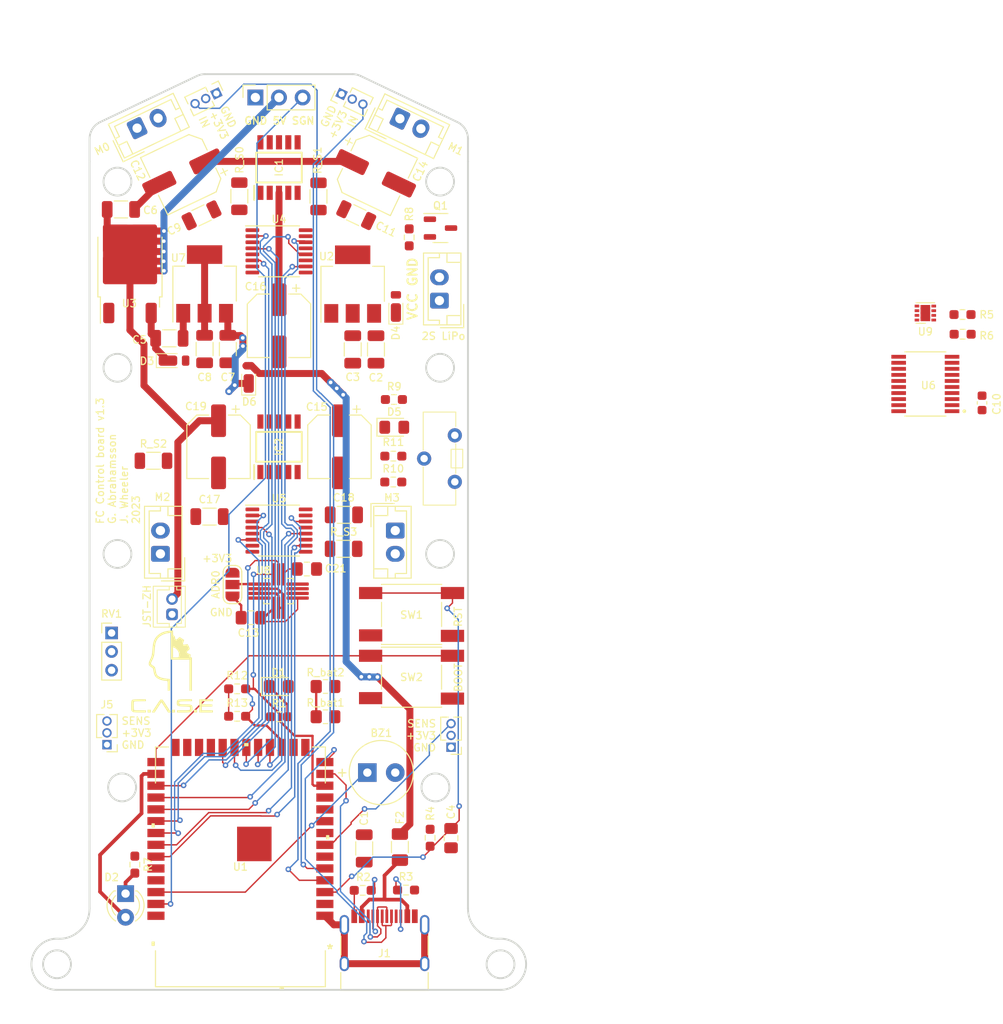
<source format=kicad_pcb>
(kicad_pcb (version 20221018) (generator pcbnew)
  (layers (0 "F.Cu" signal) (31 "B.Cu" signal) (34 "B.Paste" user) (35 "F.Paste" user) (36 "B.SilkS" user "B.Silkscreen") (37 "F.SilkS" user "F.Silkscreen") (38 "B.Mask" user) (39 "F.Mask" user) (44 "Edge.Cuts" user))
  (net 0 "")
  (net 1 "GNDREF")
  (net 2 "VCC")
  (net 3 "+3V3")
  (net 4 "Net-(BT1--)")
  (net 5 "+5V")
  (net 6 "/USB_D+")
  (net 7 "/USB_D-")
  (net 8 "Net-(D1-K)")
  (net 9 "Net-(J1-CC1)")
  (net 11 "Net-(J1-CC2)")
  (net 13 "/Hall_effect_0")
  (net 14 "Net-(U6-VS)")
  (net 17 "/bat_level")
  (net 18 "/in-1")
  (net 19 "/M1_sense")
  (net 20 "/M2_sense")
  (net 24 "Net-(D2-K)")
  (net 26 "/REV_1")
  (net 27 "/FWR_1")
  (net 28 "/Servo")
  (net 29 "/M3_sense")
  (net 30 "/EN")
  (net 31 "/M4_sense")
  (net 32 "Net-(U6-REF1)")
  (net 33 "/in+1")
  (net 34 "/IO0")
  (net 35 "Net-(U9A-+)")
  (net 37 "Net-(D4-K)")
  (net 38 "/in-2")
  (net 39 "Net-(D3-K)")
  (net 40 "/in-3")
  (net 41 "Net-(D6-K)")
  (net 42 "/in-4")
  (net 43 "/in+2")
  (net 44 "/in+3")
  (net 45 "/in+4")
  (net 46 "/REV_3")
  (net 47 "/FWR_3")
  (net 48 "/REV_2")
  (net 49 "/FWR_2")
  (net 50 "/BUZZER_PIN")
  (net 51 "/Hall_effect_1")
  (net 52 "/Hall_effect_2")
  (net 53 "/Hall_effect_3")
  (net 54 "/TAIL_LED")
  (net 55 "/in-0")
  (net 56 "/FWR_0")
  (net 57 "Net-(IC1-OUT1)")
  (net 58 "/M0_DIR")
  (net 59 "/REV_0")
  (net 60 "Net-(IC1-OUT3)")
  (net 61 "Net-(IC2-OUT1)")
  (net 62 "/M1_DIR")
  (net 63 "Net-(IC2-OUT3)")
  (net 64 "/M2_DIR")
  (net 65 "Net-(D5-K)")
  (net 66 "/M3_DIR")
  (net 67 "Net-(D5-A)")
  (net 68 "/USB_VBUS")
  (net 69 "/M0_A")
  (net 70 "/M0_B")
  (net 71 "/M1_A")
  (net 72 "/M1_B")
  (net 73 "/M2_A")
  (net 74 "/M2_B")
  (net 75 "/M3_A")
  (net 76 "/M3_B")
  (net 77 "/in+0")
  (net 78 "Net-(Q1-G)")
  (net 79 "Net-(SW4-B)")
  (net 84 "/SCL")
  (net 85 "/SDA")
  (net 86 "/M0_sense")
  (net 88 "Net-(F2-Pad1)")
  (net 89 "Net-(ADR0-C)")
  (footprint "Capacitor_SMD:C_1206_3216Metric" (layer "F.Cu") (at 201.14 129.21 90)
    (fp_text reference "C7")
    (fp_text value "10uF" hide)
  )
  (footprint "Capacitor_SMD:C_1206_3216Metric" (layer "F.Cu") (at 215.801782 182.855701 -90)
    (fp_text reference "C1")
    (fp_text value "C" hide)
  )
  (footprint "Capacitor_SMD:C_0805_2012Metric_Pad1.18x1.45mm_HandSolder" (layer "F.Cu") (at 225.14 181.7475 90)
    (fp_text reference "C4")
    (fp_text value "100n" hide)
  )
  (footprint "FC_footprint_library:CUHS20S30,H3F" (layer "F.Cu") (at 203.382414 131.902942 90)
    (fp_text reference "D6")
    (fp_text value "CUHS20S30,H3F" hide)
  )
  (footprint "Package_TO_SOT_SMD:SOT-223-3_TabPin2" (layer "F.Cu") (at 198.64 122.21 90)
    (fp_text reference "U7")
    (fp_text value "AZ1117IH-3.3TRG1 " hide)
  )
  (footprint "Resistor_SMD:R_1206_3216Metric" (layer "F.Cu") (at 213.5875 150.67)
    (fp_text reference "R_S3")
    (fp_text value "0.01" hide)
  )
  (footprint "Connector_PinHeader_1.27mm:PinHeader_1x03_P1.27mm_Vertical" (layer "F.Cu") (at 199.906071 101.751248 -64.5)
    (fp_text reference "J6" hide)
    (fp_text value "Hall-M0" hide)
  )
  (footprint "Package_TO_SOT_SMD:TO-252-2" (layer "F.Cu") (at 190.615 120.295 90)
    (fp_text reference "U3")
    (fp_text value "AZ1117D-5.0TRE1" hide)
  )
  (footprint "Connector_JST:JST_EH_B2B-EH-A_1x02_P2.50mm_Vertical" (layer "F.Cu") (at 219.64 104.46 -25.5)
    (fp_text reference "M1")
    (fp_text value "Motor_DC_ALT" hide)
  )
  (footprint "Capacitor_SMD:CP_Elec_6.3x5.4" (layer "F.Cu") (at 213.14 139.71 -90)
    (fp_text reference "C15")
    (fp_text value "47uF" hide)
  )
  (footprint "Resistor_SMD:R_0603_1608Metric_Pad0.98x0.95mm_HandSolder" (layer "F.Cu") (at 215.64 187.36 180)
    (fp_text reference "R2")
    (fp_text value "5.1K" hide)
  )
  (footprint "Resistor_SMD:R_0603_1608Metric_Pad0.98x0.95mm_HandSolder" (layer "F.Cu") (at 218.995353 134.629243 180)
    (fp_text reference "R9")
    (fp_text value "1K" hide)
  )
  (footprint "LED_SMD:LED_0805_2012Metric_Pad1.15x1.40mm_HandSolder" (layer "F.Cu") (at 206.615 165.46)
    (fp_text reference "D1")
    (fp_text value "PWR_LED" hide)
  )
  (footprint "Capacitor_SMD:C_1206_3216Metric" (layer "F.Cu") (at 198.64 129.21 90)
    (fp_text reference "C8")
    (fp_text value "10uF" hide)
  )
  (footprint "Capacitor_SMD:C_1206_3216Metric" (layer "F.Cu") (at 213.615 147.02)
    (fp_text reference "C18")
    (fp_text value "C_MAYBE" hide)
  )
  (footprint "Capacitor_SMD:C_1206_3216Metric" (layer "F.Cu") (at 194.849312 128.054254 180)
    (fp_text reference "C5")
    (fp_text value "10uF" hide)
  )
  (footprint "Package_DFN_QFN:DFN-8-1EP_2x2mm_P0.5mm_EP1.05x1.75mm" (layer "F.Cu") (at 276.14 125.34 180)
    (fp_text reference "U9")
    (fp_text value "LM358_DFN" hide)
  )
  (footprint "FC_footprint_library:CUHS20S30,H3F" (layer "F.Cu") (at 195.699692 130.452239)
    (fp_text reference "D3")
    (fp_text value "CUHS20S30,H3F" hide)
  )
  (footprint "Resistor_SMD:R_0603_1608Metric_Pad0.98x0.95mm_HandSolder" (layer "F.Cu") (at 191.14 184.594782 -90)
    (fp_text reference "R7")
    (fp_text value "1K" hide)
  )
  (footprint "Resistor_SMD:R_0603_1608Metric_Pad0.98x0.95mm_HandSolder" (layer "F.Cu") (at 220.299206 187.325321)
    (fp_text reference "R3")
    (fp_text value "5.1K" hide)
  )
  (footprint "Resistor_SMD:R_0603_1608Metric_Pad0.98x0.95mm_HandSolder" (layer "F.Cu") (at 202.14 165.71)
    (fp_text reference "R12")
    (fp_text value "10K" hide)
  )
  (footprint "Resistor_SMD:R_1206_3216Metric" (layer "F.Cu") (at 202.376045 112.789731 90)
    (fp_text reference "R_S0")
    (fp_text value "0.01" hide)
  )
  (footprint "Connector_PinHeader_2.00mm:PinHeader_1x03_P2.00mm_Vertical" (layer "F.Cu") (at 188.64 159.71)
    (fp_text reference "RV1")
    (fp_text value "R_Potentiometer_Small" hide)
  )
  (footprint "Capacitor_SMD:C_1206_3216Metric" (layer "F.Cu") (at 214.945765 114.818839 -25.5)
    (fp_text reference "C11")
    (fp_text value "C_MAYBE" hide)
  )
  (footprint "FC_footprint_library:SOP65P640X120-20N" (layer "F.Cu") (at 276.14 132.96 180)
    (fp_text reference "U6")
    (fp_text value "INA4181A3IPWR" hide)
  )
  (footprint "FC_footprint_library:JST-ZH-2_PIN" (layer "F.Cu") (at 194.84 156.885 90)
    (fp_text reference "J2" hide)
    (fp_text value "CAM" hide)
  )
  (footprint "Capacitor_SMD:CP_Elec_6.3x5.4" (layer "F.Cu") (at 217.003986 110.328645 -25.5)
    (fp_text reference "C14")
    (fp_text value "47uF" hide)
  )
  (footprint "Resistor_SMD:R_0603_1608Metric_Pad0.98x0.95mm_HandSolder" (layer "F.Cu") (at 218.928233 143.49305)
    (fp_text reference "R10")
    (fp_text value "2K" hide)
  )
  (footprint "Capacitor_SMD:C_0805_2012Metric_Pad1.18x1.45mm_HandSolder" (layer "F.Cu") (at 209.64 152.84 180)
    (fp_text reference "C21")
    (fp_text value "100n" hide)
  )
  (footprint "FC_footprint_library:CUHS20S30,H3F" (layer "F.Cu") (at 219.208421 124.285124 90)
    (fp_text reference "D4")
    (fp_text value "CUHS20S30,H3F" hide)
  )
  (footprint "Capacitor_SMD:C_0805_2012Metric_Pad1.18x1.45mm_HandSolder" (layer "F.Cu") (at 203.61 158.07)
    (fp_text reference "C13")
    (fp_text value "100n" hide)
  )
  (footprint "Resistor_SMD:R_0603_1608Metric_Pad0.98x0.95mm_HandSolder" (layer "F.Cu") (at 222.89 181.71 90)
    (fp_text reference "R4")
    (fp_text value "10K" hide)
  )
  (footprint "Connector_JST:JST_EH_B2B-EH-A_1x02_P2.50mm_Vertical" (layer "F.Cu") (at 219.14 148.71 -90)
    (fp_text reference "M3")
    (fp_text value "Motor_DC_ALT" hide)
  )
  (footprint "Resistor_SMD:R_0603_1608Metric_Pad0.98x0.95mm_HandSolder" (layer "F.Cu") (at 206.64 168.71)
    (fp_text reference "R1")
    (fp_text value "R_LED" hide)
  )
  (footprint "FC_footprint_library:SOP100P600X175-10N" (layer "F.Cu") (at 206.64 139.71 90)
    (fp_text reference "IC2")
    (fp_text value "A3909GLNTR-T" hide)
  )
  (footprint "FC_footprint_library:SW_Push_6x6mm_H9.5mm" (layer "F.Cu") (at 220.89 164.46 180)
    (fp_text reference "SW2")
    (fp_text value "BOOT" hide)
  )
  (footprint "Connector_PinHeader_1.27mm:PinHeader_1x03_P1.27mm_Vertical" (layer "F.Cu") (at 225.14 171.985 180)
    (fp_text reference "J7" hide)
    (fp_text value "Hall-M3" hide)
  )
  (footprint "Resistor_SMD:R_0603_1608Metric_Pad0.98x0.95mm_HandSolder" (layer "F.Cu") (at 220.64 117.21 -90)
    (fp_text reference "R8")
    (fp_text value "100K" hide)
  )
  (footprint "LOGO" (layer "F.Cu") (at 195.065453 163.426747)
    (fp_text reference "G***" hide)
    (fp_text value "LOGO" hide)
  )
  (footprint "Buzzer_Beeper:MagneticBuzzer_Kobitone_254-EMB73-RO" (layer "F.Cu") (at 216.14 174.71)
    (fp_text reference "BZ1")
    (fp_text value "AC-703R-P4" hide)
  )
  (footprint "Package_TO_SOT_SMD:SOT-23-3" (layer "F.Cu") (at 224.0025 116.21)
    (fp_text reference "Q1")
    (fp_text value "SQ2348ES-T1_BE3" hide)
  )
  (footprint "Capacitor_SMD:CP_Elec_6.3x5.4" (layer "F.Cu") (at 196.295288 110.254191 -154.5)
    (fp_text reference "C12")
    (fp_text value "47uF" hide)
  )
  (footprint "FC_footprint_library:SOP100P600X175-10N" (layer "F.Cu") (at 206.64 109.71 90)
    (fp_text reference "IC1")
    (fp_text value "A3909GLNTR-T" hide)
  )
  (footprint "Resistor_SMD:R_0805_2012Metric_Pad1.20x1.40mm_HandSolder" (layer "F.Cu") (at 211.64 168.71 180)
    (fp_text reference "R_bat1")
    (fp_text value "90k" hide)
  )
  (footprint "FC_footprint_library:ESP32-S3-WROOM-1-N8" (layer "F.Cu") (at 202.49 184.836 180)
    (fp_text reference "U1")
    (fp_text value "ESP32-S3-WROOM-1-N8" hide)
  )
  (footprint "Resistor_SMD:R_0603_1608Metric_Pad0.98x0.95mm_HandSolder" (layer "F.Cu") (at 218.934848 140.71 180)
    (fp_text reference "R11")
    (fp_text value "10K" hide)
  )
  (footprint "Capacitor_SMD:CP_Elec_6.3x5.4" (layer "F.Cu") (at 200.14 139.71 -90)
    (fp_text reference "C19")
    (fp_text value "47uF" hide)
  )
  (footprint "Package_TO_SOT_SMD:SOT-223-3_TabPin2" (layer "F.Cu") (at 214.561665 122.229226 90)
    (fp_text reference "U2")
    (fp_text value "AZ1117IH-3.3TRG1 " hide)
  )
  (footprint "FC_footprint_library:LSM6DSM" (layer "F.Cu") (at 206.59 155.21)
    (fp_text reference "U8")
    (fp_text value "LSM6DSM (LSM6DSMTR)" hide)
  )
  (footprint "FC_footprint_library:XS3A2467PWJ _TSSOP-16_4.4x5mm_P0.65mm" (layer "F.Cu") (at 206.64 118.71)
    (fp_text reference "U4")
    (fp_text value "~" hide)
  )
  (footprint "Connector_USB:USB_C_Receptacle_HRO_TYPE-C-31-M-12" (layer "F.Cu") (at 217.984292 194.190937)
    (fp_text reference "J1")
    (fp_text value "USB_C_Receptacle_USB2.0" hide)
  )
  (footprint "Capacitor_SMD:C_1206_3216Metric" (layer "F.Cu") (at 214.567338 129.24781 90)
    (fp_text reference "C3")
    (fp_text value "10uF" hide)
  )
  (footprint "Resistor_SMD:R_0603_1608Metric_Pad0.98x0.95mm_HandSolder" (layer "F.Cu") (at 280.1475 127.614 180)
    (fp_text reference "R6")
    (fp_text value "10K" hide)
  )
  (footprint "Capacitor_SMD:C_1206_3216Metric" (layer "F.Cu") (at 198.308687 114.845004 -154.5)
    (fp_text reference "C9")
    (fp_text value "C_MAYBE" hide)
  )
  (footprint "Fuse:Fuse_1206_3216Metric" (layer "F.Cu") (at 219.64 182.71 90)
    (fp_text reference "F2")
    (fp_text value "PPTC 500mA" hide)
  )
  (footprint "Resistor_SMD:R_1206_3216Metric" (layer "F.Cu") (at 193.14 141.21)
    (fp_text reference "R_S2")
    (fp_text value "0.01" hide)
  )
  (footprint "Capacitor_SMD:C_0603_1608Metric" (layer "F.Cu") (at 282.236 134.992 90)
    (fp_text reference "C10")
    (fp_text value "C_Small" hide)
  )
  (footprint "FC_footprint_library:LSS12-P-V-B" (layer "F.Cu") (at 223.895381 140.975624 90)
    (fp_text reference "SW4" hide)
    (fp_text value "~" hide)
  )
  (footprint "Connector_JST:JST_EH_B2B-EH-A_1x02_P2.50mm_Vertical" (layer "F.Cu") (at 191.382615 105.477363 25.5)
    (fp_text reference "M0")
    (fp_text value "Motor_DC_ALT" hide)
  )
  (footprint "Jumper:SolderJumper-3_P1.3mm_Open_RoundedPad1.0x1.5mm_NumberLabels" (layer "F.Cu") (at 201.64 154.51 90)
    (fp_text reference "ADR0")
    (fp_text value "ADR_BIT" hide)
  )
  (footprint "Resistor_SMD:R_0603_1608Metric_Pad0.98x0.95mm_HandSolder" (layer "F.Cu") (at 280.134299 125.502025 180)
    (fp_text reference "R5")
    (fp_text value "10K" hide)
  )
  (footprint "Resistor_SMD:R_1206_3216Metric" (layer "F.Cu") (at 210.884566 112.81242 -90)
    (fp_text reference "R_S1")
    (fp_text value "0.01" hide)
  )
  (footprint "LED_SMD:LED_0805_2012Metric_Pad1.15x1.40mm_HandSolder" (layer "F.Cu") (at 219.034115 137.609116)
    (fp_text reference "D5")
    (fp_text value "BAT_LED" hide)
  )
  (footprint "FC_footprint_library:SW_Push_6x6mm_H9.5mm" (layer "F.Cu") (at 220.893348 157.719173 180)
    (fp_text reference "SW1")
    (fp_text value "RST" hide)
  )
  (footprint "Resistor_SMD:R_0603_1608Metric_Pad0.98x0.95mm_HandSolder" (layer "F.Cu") (at 202.14 168.66)
    (fp_text reference "R13")
    (fp_text value "10K" hide)
  )
  (footprint "Connector_JST:JST_EH_B2B-EH-A_1x02_P2.50mm_Vertical" (layer "F.Cu") (at 193.89 151.21 90)
    (fp_text reference "M2")
    (fp_text value "Motor_DC_ALT" hide)
  )
  (footprint "Capacitor_SMD:C_1206_3216Metric" (layer "F.Cu") (at 199.165 147.21)
    (fp_text reference "C17")
    (fp_text value "C_MAYBE" hide)
  )
  (footprint "FC_footprint_library:XS3A2467PWJ _TSSOP-16_4.4x5mm_P0.65mm" (layer "F.Cu") (at 206.64 148.71)
    (fp_text reference "U5")
    (fp_text value "~" hide)
  )
  (footprint "Connector_JST:JST_EH_B2B-EH-A_1x02_P2.50mm_Vertical" (layer "F.Cu") (at 223.89 124.004 90)
    (fp_text reference "BT1" hide)
    (fp_text value "Battery" hide)
  )
  (footprint "Connector_PinHeader_1.27mm:PinHeader_1x03_P1.27mm_Vertical" (layer "F.Cu") (at 188.14 171.71 180)
    (fp_text reference "J5")
    (fp_text value "Hall-M2" hide)
  )
  (footprint "Capacitor_SMD:C_1206_3216Metric" (layer "F.Cu") (at 189.64 114.21 180)
    (fp_text reference "C6")
    (fp_text value "10uF" hide)
  )
  (footprint "Connector_PinSocket_2.54mm:PinSocket_1x03_P2.54mm_Vertical" (layer "F.Cu") (at 204.1 102.185 90)
    (fp_text reference "J3" hide)
    (fp_text value "Servo" hide)
  )
  (footprint "LED_THT:LED_D3.0mm" (layer "F.Cu") (at 190.14 187.71 -90)
    (fp_text reference "D2")
    (fp_text value "RED" hide)
  )
  (footprint "Connector_PinHeader_1.27mm:PinHeader_1x03_P1.27mm_Vertical" (layer "F.Cu") (at 213.368382 101.808125 64.5)
    (fp_text reference "J4" hide)
    (fp_text value "Hall-M1" hide)
  )
  (footprint "Capacitor_SMD:CP_Elec_6.3x5.4" (layer "F.Cu") (at 206.64 126.71 -90)
    (fp_text reference "C16")
    (fp_text value "47uF" hide)
  )
  (footprint "Resistor_SMD:R_0805_2012Metric_Pad1.20x1.40mm_HandSolder" (layer "F.Cu") (at 211.64 165.46)
    (fp_text reference "R_bat2")
    (fp_text value "50k" hide)
  )
  (footprint "Capacitor_SMD:C_1206_3216Metric" (layer "F.Cu") (at 217.066973 129.249886 90)
    (fp_text reference "C2")
    (fp_text value "10uF" hide)
  )
  (gr_line locked (start 184.920435 191.922927) (end 184.824248 191.992261) (stroke (width 0.2)) (layer "Edge.Cuts"))
  (gr_arc locked (start 197.818249 99.871209) (mid 198.237224 99.726198) (end 198.677853 99.677056) (stroke (width 0.2)) (layer "Edge.Cuts"))
  (gr_arc locked (start 230.316522 192.554527) (mid 233.208793 195.219012) (end 230.480029 198.050709) (stroke (width 0.2)) (layer "Edge.Cuts"))
  (gr_circle locked (center 189.270008 111.220299) (end 190.770008 111.220299) (stroke (width 0.2)) (fill none) (layer "Edge.Cuts"))
  (gr_curve locked (pts (xy 226.96 189.286475) (xy 226.96 189.724879) (xy 227.033374 190.154338) (xy 227.201007 190.559104)) (stroke (width 0.2)) (layer "Edge.Cuts"))
  (gr_curve locked (pts (xy 186.155663 190.186029) (xy 186.2347 189.892441) (xy 186.270008 189.590595) (xy 186.270008 189.286475)) (stroke (width 0.2)) (layer "Edge.Cuts"))
  (gr_arc locked (start 182.749979 198.050709) (mid 180.021224 195.219008) (end 182.913486 192.554527) (stroke (width 0.2)) (layer "Edge.Cuts"))
  (gr_circle locked (center 182.770008 195.300782) (end 184.270008 195.300782) (stroke (width 0.2)) (fill none) (layer "Edge.Cuts"))
  (gr_arc locked (start 214.552155 99.677056) (mid 214.992787 99.726187) (end 215.411759 99.871209) (stroke (width 0.2)) (layer "Edge.Cuts"))
  (gr_circle locked (center 230.46 195.300782) (end 231.96 195.300782) (stroke (width 0.2)) (fill none) (layer "Edge.Cuts"))
  (gr_arc locked (start 230.316522 192.554527) (mid 229.313117 192.436596) (end 228.40576 191.992261) (stroke (width 0.2)) (layer "Edge.Cuts"))
  (gr_line locked (start 228.40576 191.992261) (end 228.309573 191.922927) (stroke (width 0.2)) (layer "Edge.Cuts"))
  (gr_line locked (start 197.818249 99.871209) (end 187.410404 104.825465) (stroke (width 0.2)) (layer "Edge.Cuts"))
  (gr_curve locked (pts (xy 227.646704 191.304157) (xy 227.838651 191.539948) (xy 228.062867 191.745095) (xy 228.309573 191.922927)) (stroke (width 0.2)) (layer "Edge.Cuts"))
  (gr_circle locked (center 223.96 111.220299) (end 225.46 111.220299) (stroke (width 0.2)) (fill none) (layer "Edge.Cuts"))
  (gr_line locked (start 214.552155 99.677056) (end 198.677853 99.677056) (stroke (width 0.2)) (layer "Edge.Cuts"))
  (gr_curve locked (pts (xy 185.811884 190.983253) (xy 185.965498 190.734707) (xy 186.079703 190.468188) (xy 186.155663 190.186029)) (stroke (width 0.2)) (layer "Edge.Cuts"))
  (gr_line locked (start 182.749979 198.050709) (end 230.480029 198.050709) (stroke (width 0.2)) (layer "Edge.Cuts"))
  (gr_arc locked (start 186.270008 106.631311) (mid 186.578972 105.563418) (end 187.410404 104.825465) (stroke (width 0.2)) (layer "Edge.Cuts"))
  (gr_curve locked (pts (xy 184.920435 191.922927) (xy 185.276075 191.666572) (xy 185.581553 191.355926) (xy 185.811884 190.983253)) (stroke (width 0.2)) (layer "Edge.Cuts"))
  (gr_circle locked (center 189.270008 131.220299) (end 190.770008 131.220299) (stroke (width 0.2)) (fill none) (layer "Edge.Cuts"))
  (gr_circle locked (center 223.96 151.220299) (end 225.46 151.220299) (stroke (width 0.2)) (fill none) (layer "Edge.Cuts"))
  (gr_line locked (start 226.96 109.053524) (end 226.96 106.631311) (stroke (width 0.2)) (layer "Edge.Cuts"))
  (gr_line locked (start 186.270008 106.631311) (end 186.270008 109.053524) (stroke (width 0.2)) (layer "Edge.Cuts"))
  (gr_line locked (start 186.270008 109.053524) (end 186.270008 189.286475) (stroke (width 0.2)) (layer "Edge.Cuts"))
  (gr_arc locked (start 184.824248 191.992261) (mid 183.916892 192.436597) (end 182.913486 192.554527) (stroke (width 0.2)) (layer "Edge.Cuts"))
  (gr_circle locked (center 223.96 131.220299) (end 225.46 131.220299) (stroke (width 0.2)) (fill none) (layer "Edge.Cuts"))
  (gr_line locked (start 225.819604 104.825465) (end 215.411759 99.871209) (stroke (width 0.2)) (layer "Edge.Cuts"))
  (gr_line locked (start 226.96 189.286475) (end 226.96 109.053524) (stroke (width 0.2)) (layer "Edge.Cuts"))
  (gr_circle locked (center 189.770008 176.300782) (end 191.270008 176.300782) (stroke (width 0.2)) (fill none) (layer "Edge.Cuts"))
  (gr_curve locked (pts (xy 227.201007 190.559104) (xy 227.312806 190.829055) (xy 227.462229 191.077547) (xy 227.646704 191.304157)) (stroke (width 0.2)) (layer "Edge.Cuts"))
  (gr_circle locked (center 189.270008 151.220299) (end 190.770008 151.220299) (stroke (width 0.2)) (fill none) (layer "Edge.Cuts"))
  (gr_arc locked (start 225.819604 104.825465) (mid 226.651036 105.563418) (end 226.96 106.631311) (stroke (width 0.2)) (layer "Edge.Cuts"))
  (gr_circle locked (center 223.46 176.300782) (end 224.96 176.300782) (stroke (width 0.2)) (fill none) (layer "Edge.Cuts"))
  (gr_text "GND\n+3V3\nIN" (at 215.273023 104.345562 64.5) (layer "F.SilkS") (effects (font (size 0.8 0.8) (thickness 0.125)) (justify right bottom)))
  (gr_text "2S LiPo" (at 221.900068 128.284243) (layer "F.SilkS") (effects (font (size 0.8 0.8) (thickness 0.125)) (justify left bottom)))
  (gr_text "GND 5V SGN" (at 202.828667 105.152796) (layer "F.SilkS") (effects (font (size 0.8 0.8) (thickness 0.15) bold) (justify left bottom)))
  (gr_text "RST" (at 226.370734 156.80485 90) (layer "F.SilkS") (effects (font (size 0.8 0.8) (thickness 0.125)) (justify right bottom)))
  (gr_text "SENS\n+3V3\nGND" (at 223.598722 172.492316) (layer "F.SilkS") (effects (font (size 0.8 0.8) (thickness 0.125)) (justify right bottom)))
  (gr_text "BOOT" (at 226.39 162.874088 90) (layer "F.SilkS") (effects (font (size 0.8 0.8) (thickness 0.125)) (justify right bottom)))
  (gr_text "VCC GND" (at 221.578201 126.203651 90) (layer "F.SilkS") (effects (font (size 1 1) (thickness 0.2) bold) (justify left bottom)))
  (gr_text "SENS\n+3V3\nGND" (at 189.64 172.21) (layer "F.SilkS") (effects (font (size 0.8 0.8) (thickness 0.125)) (justify left bottom)))
  (gr_text "GND\n+3V3\nIN" (at 197.868718 104.402439 295.5) (layer "F.SilkS") (effects (font (size 0.8 0.8) (thickness 0.125)) (justify left bottom)))
  (gr_text "FC Control board v1.3\nG. Abrahamsson\nJ. Wheeler\n2023" (at 189.343649 148.074361 90) (layer "F.SilkS") (effects (font (size 0.8 0.8) (thickness 0.125)) (justify left)))
  (gr_text "JST-ZH\n" (at 192.446423 156.849483 90) (layer "F.SilkS") (effects (font (size 0.8 0.8) (thickness 0.125))))
  (segment (start 207.09 157.01) (end 206.59 157.01) (width 0.25) (layer "F.Cu") (net 1))
  (segment (start 212.542137 191.060937) (end 211.5709 190.0897) (width 0.75) (layer "F.Cu") (net 1))
  (segment (start 222.304292 195.240937) (end 222.304292 191.060937) (width 0.75) (layer "F.Cu") (net 1))
  (segment (start 202.5725 156.7425) (end 201.64 155.81) (width 0.25) (layer "F.Cu") (net 1))
  (segment (start 202.5725 158.07) (end 202.5725 156.7425) (width 0.25) (layer "F.Cu") (net 1))
  (segment (start 213.664292 195.240937) (end 222.304292 195.240937) (width 0.75) (layer "F.Cu") (net 1))
  (segment (start 206.59 155.726637) (end 206.59 157.01) (width 0.25) (layer "F.Cu") (net 1))
  (segment (start 204.54 154.96) (end 206.49 154.96) (width 0.25) (layer "F.Cu") (net 1))
  (segment (start 191.115 114.112671) (end 193.768049 111.459622) (width 0.75) (layer "F.Cu") (net 1))
  (segment (start 214.734292 187.366792) (end 214.734292 190.145937) (width 0.15) (layer "F.Cu") (net 1))
  (segment (start 204.54 155.46) (end 204.54 154.96) (width 0.25) (layer "F.Cu") (net 1))
  (segment (start 206.323363 155.46) (end 206.441682 155.578318) (width 0.25) (layer "F.Cu") (net 1))
  (segment (start 196.34 125.36) (end 196.34 128.038566) (width 0.75) (layer "F.Cu") (net 1))
  (segment (start 206.441682 155.578318) (end 206.775 155.245) (width 0.25) (layer "F.Cu") (net 1))
  (segment (start 206.441682 155.578318) (end 206.59 155.726637) (width 0.25) (layer "F.Cu") (net 1))
  (segment (start 206.775 155.245) (end 207.09 155.56) (width 0.25) (layer "F.Cu") (net 1))
  (segment (start 213.664292 191.060937) (end 212.542137 191.060937) (width 0.75) (layer "F.Cu") (net 1))
  (segment (start 196.34 128.038566) (end 196.324312 128.054254) (width 0.75) (layer "F.Cu") (net 1))
  (segment (start 207.09 155.56) (end 207.09 157.01) (width 0.25) (layer "F.Cu") (net 1))
  (segment (start 206.49 154.96) (end 206.775 155.245) (width 0.25) (layer "F.Cu") (net 1))
  (segment (start 214.7275 187.36) (end 214.734292 187.366792) (width 0.15) (layer "F.Cu") (net 1))
  (segment (start 191.115 114.21) (end 191.115 114.112671) (width 0.75) (layer "F.Cu") (net 1))
  (segment (start 204.54 155.46) (end 206.323363 155.46) (width 0.25) (layer "F.Cu") (net 1))
  (segment (start 213.664292 195.240937) (end 213.664292 191.060937) (width 0.75) (layer "F.Cu") (net 1))
  (segment (start 214.402293 109.04876) (end 214.476747 109.123214) (width 0.75) (layer "F.Cu") (net 2))
  (segment (start 198.822527 109.04876) (end 214.402293 109.04876) (width 0.75) (layer "F.Cu") (net 2))
  (segment (start 206.64 123.91) (end 206.64 112.422) (width 0.75) (layer "F.Cu") (net 2))
  (segment (start 198.64 127.735) (end 198.64 125.36) (width 0.75) (layer "F.Cu") (net 3))
  (segment (start 205.0625 158.485) (end 204.6475 158.07) (width 0.15) (layer "F.Cu") (net 3))
  (segment (start 205.03 158.07) (end 206.09 157.01) (width 0.25) (layer "F.Cu") (net 3))
  (segment (start 207.327652 158.485) (end 205.0625 158.485) (width 0.15) (layer "F.Cu") (net 3))
  (segment (start 204.6475 158.07) (end 205.03 158.07) (width 0.25) (layer "F.Cu") (net 3))
  (segment (start 208.64 157.172652) (end 207.327652 158.485) (width 0.15) (layer "F.Cu") (net 3))
  (segment (start 198.64 125.36) (end 198.64 119.06) (width 0.75) (layer "F.Cu") (net 3))
  (segment (start 208.6025 152.84) (end 207.66 152.84) (width 0.15) (layer "F.Cu") (net 3))
  (segment (start 207.66 152.84) (end 207.09 153.41) (width 0.15) (layer "F.Cu") (net 3))
  (segment (start 208.64 155.96) (end 208.64 157.172652) (width 0.15) (layer "F.Cu") (net 3))
  (segment (start 201.2275 168.66) (end 201.2275 165.71) (width 0.15) (layer "F.Cu") (net 3))
  (segment (start 195.765 139.225) (end 195.765 155.435) (width 0.75) (layer "F.Cu") (net 5))
  (segment (start 194.27 116.53) (end 194.27 120.8) (width 0.75) (layer "F.Cu") (net 5))
  (segment (start 192.12 128.68) (end 190.615 127.175) (width 0.75) (layer "F.Cu") (net 5))
  (segment (start 194.27 120.8) (end 192.23 120.8) (width 0.75) (layer "F.Cu") (net 5))
  (segment (start 192.23 120.8) (end 192.14 120.71) (width 0.75) (layer "F.Cu") (net 5))
  (segment (start 192.12 133.12) (end 192.12 128.68) (width 0.75) (layer "F.Cu") (net 5))
  (segment (start 196.995 137.995) (end 192.12 133.12) (width 0.75) (layer "F.Cu") (net 5))
  (segment (start 194.24 119.78) (end 193.07 119.78) (width 0.75) (layer "F.Cu") (net 5))
  (segment (start 200.14 136.91) (end 198.08 136.91) (width 0.75) (layer "F.Cu") (net 5))
  (segment (start 188.165 116.435) (end 189.09 117.36) (width 0.75) (layer "F.Cu") (net 5))
  (segment (start 192.4 117.62) (end 192.14 117.36) (width 0.75) (layer "F.Cu") (net 5))
  (segment (start 194.27 116.53) (end 192.97 116.53) (width 0.75) (layer "F.Cu") (net 5))
  (segment (start 194.25 118.73) (end 190.92 118.73) (width 0.75) (layer "F.Cu") (net 5))
  (segment (start 193.07 119.78) (end 192.14 120.71) (width 0.75) (layer "F.Cu") (net 5))
  (segment (start 190.92 118.73) (end 190.615 119.035) (width 0.75) (layer "F.Cu") (net 5))
  (segment (start 196.995 137.995) (end 195.765 139.225) (width 0.75) (layer "F.Cu") (net 5))
  (segment (start 198.08 136.91) (end 196.995 137.995) (width 0.75) (layer "F.Cu") (net 5))
  (segment (start 188.165 114.21) (end 188.165 116.435) (width 0.75) (layer "F.Cu") (net 5))
  (segment (start 195.765 155.435) (end 195.14 156.06) (width 0.75) (layer "F.Cu") (net 5))
  (segment (start 192.97 116.53) (end 192.14 117.36) (width 0.75) (layer "F.Cu") (net 5))
  (segment (start 194.25 117.62) (end 192.4 117.62) (width 0.75) (layer "F.Cu") (net 5))
  (segment (start 190.615 127.175) (end 190.615 119.035) (width 0.75) (layer "F.Cu") (net 5))
  (via (at 194.25 117.62) (size 0.8) (drill 0.4) (layers "F.Cu" "B.Cu") (net 5))
  (via (at 194.24 119.78) (size 0.8) (drill 0.4) (layers "F.Cu" "B.Cu") (net 5))
  (via (at 194.27 116.53) (size 0.8) (drill 0.4) (layers "F.Cu" "B.Cu") (net 5))
  (via (at 194.27 120.8) (size 0.8) (drill 0.4) (layers "F.Cu" "B.Cu") (net 5))
  (via (at 194.25 118.73) (size 0.8) (drill 0.4) (layers "F.Cu" "B.Cu") (net 5))
  (segment (start 194.27 119.75) (end 194.24 119.78) (width 0.75) (layer "B.Cu") (net 5))
  (segment (start 194.25 118.73) (end 194.27 118.75) (width 0.75) (layer "B.Cu") (net 5))
  (segment (start 194.27 117.64) (end 194.27 118.71) (width 0.75) (layer "B.Cu") (net 5))
  (segment (start 194.27 119.81) (end 194.27 120.8) (width 0.75) (layer "B.Cu") (net 5))
  (segment (start 206.64 102.185) (end 194.27 114.555) (width 0.75) (layer "B.Cu") (net 5))
  (segment (start 194.27 118.75) (end 194.27 119.75) (width 0.75) (layer "B.Cu") (net 5))
  (segment (start 194.27 118.71) (end 194.25 118.73) (width 0.75) (layer "B.Cu") (net 5))
  (segment (start 194.27 114.555) (end 194.27 116.53) (width 0.75) (layer "B.Cu") (net 5))
  (segment (start 194.27 116.53) (end 194.27 117.6) (width 0.75) (layer "B.Cu") (net 5))
  (segment (start 194.24 119.78) (end 194.27 119.81) (width 0.75) (layer "B.Cu") (net 5))
  (segment (start 194.25 117.62) (end 194.27 117.64) (width 0.75) (layer "B.Cu") (net 5))
  (segment (start 194.27 117.6) (end 194.25 117.62) (width 0.75) (layer "B.Cu") (net 5))
  (segment (start 218.13 192.46) (end 217.655 192.935) (width 0.15) (layer "F.Cu") (net 6))
  (segment (start 217.809292 191.145937) (end 217.734292 191.070937) (width 0.15) (layer "F.Cu") (net 6))
  (segment (start 218.734292 191.070937) (end 218.659292 191.145937) (width 0.15) (layer "F.Cu") (net 6))
  (segment (start 217.655 192.935) (end 215.85098 192.935) (width 0.15) (layer "F.Cu") (net 6))
  (segment (start 217.734292 191.070937) (end 217.734292 190.145937) (width 0.15) (layer "F.Cu") (net 6))
  (segment (start 215.85098 192.935) (end 215.776781 192.860801) (width 0.15) (layer "F.Cu") (net 6))
  (segment (start 212.56 172.26) (end 212.56 172.5906) (width 0.15) (layer "F.Cu") (net 6))
  (segment (start 218.659292 191.145937) (end 218.13 191.145937) (width 0.15) (layer "F.Cu") (net 6))
  (segment (start 212.56 172.5906) (end 211.5709 173.5797) (width 0.15) (layer "F.Cu") (net 6))
  (segment (start 218.734292 190.145937) (end 218.734292 191.070937) (width 0.15) (layer "F.Cu") (net 6))
  (segment (start 218.13 191.145937) (end 217.809292 191.145937) (width 0.15) (layer "F.Cu") (net 6))
  (segment (start 218.13 191.145937) (end 218.13 192.46) (width 0.15) (layer "F.Cu") (net 6))
  (via (at 215.776781 192.860801) (size 0.6) (drill 0.3) (layers "F.Cu" "B.Cu") (net 6))
  (via (at 212.56 172.26) (size 0.6) (drill 0.3) (layers "F.Cu" "B.Cu") (net 6))
  (segment (start 216.073767 191.935334) (end 216.073767 190.798741) (width 0.15) (layer "B.Cu") (net 6))
  (segment (start 216.073767 190.798741) (end 212.9 187.624974) (width 0.15) (layer "B.Cu") (net 6))
  (segment (start 212.9 187.624974) (end 212.9 187.422327) (width 0.15) (layer "B.Cu") (net 6))
  (segment (start 215.776781 192.23232) (end 216.073767 191.935334) (width 0.15) (layer "B.Cu") (net 6))
  (segment (start 215.776781 192.860801) (end 215.776781 192.23232) (width 0.15) (layer "B.Cu") (net 6))
  (segment (start 209.47 175.35) (end 212.56 172.26) (width 0.15) (layer "B.Cu") (net 6))
  (segment (start 209.47 183.992327) (end 209.47 175.35) (width 0.15) (layer "B.Cu") (net 6))
  (segment (start 212.9 187.422327) (end 209.47 183.992327) (width 0.15) (layer "B.Cu") (net 6))
  (segment (start 217.234292 189.220937) (end 217.309292 189.145937) (width 0.15) (layer "F.Cu") (net 7))
  (segment (start 217.2195 192.3605) (end 217.59 191.99) (width 0.15) (layer "F.Cu") (net 7))
  (segment (start 216.461774 192.3605) (end 217.2195 192.3605) (width 0.15) (layer "F.Cu") (net 7))
  (segment (start 217.309292 189.145937) (end 218.159292 189.145937) (width 0.15) (layer "F.Cu") (net 7))
  (segment (start 217.234292 190.145937) (end 217.234292 189.220937) (width 0.15) (layer "F.Cu") (net 7))
  (segment (start 213.85 177.73) (end 213.85 176.0597) (width 0.15) (layer "F.Cu") (net 7))
  (segment (start 217.59 191.99) (end 217.59 191.526827) (width 0.15) (layer "F.Cu") (net 7))
  (segment (start 217.234292 191.171119) (end 217.234292 190.145937) (width 0.15) (layer "F.Cu") (net 7))
  (segment (start 213.85 176.0597) (end 212.64 174.8497) (width 0.15) (layer "F.Cu") (net 7))
  (segment (start 217.59 191.526827) (end 217.234292 191.171119) (width 0.15) (layer "F.Cu") (net 7))
  (segment (start 218.234292 189.220937) (end 218.234292 190.145937) (width 0.15) (layer "F.Cu") (net 7))
  (segment (start 212.64 174.8497) (end 211.5709 174.8497) (width 0.15) (layer "F.Cu") (net 7))
  (segment (start 218.159292 189.145937) (end 218.234292 189.220937) (width 0.15) (layer "F.Cu") (net 7))
  (via (at 213.85 177.73) (size 0.6) (drill 0.3) (layers "F.Cu" "B.Cu") (net 7))
  (via (at 216.461774 192.3605) (size 0.6) (drill 0.3) (layers "F.Cu" "B.Cu") (net 7))
  (segment (start 216.461774 192.3605) (end 216.423767 192.322493) (width 0.15) (layer "B.Cu") (net 7))
  (segment (start 216.423767 192.322493) (end 216.423767 190.653767) (width 0.15) (layer "B.Cu") (net 7))
  (segment (start 213.25 187.48) (end 213.25 178.33) (width 0.15) (layer "B.Cu") (net 7))
  (segment (start 213.25 178.33) (end 213.85 177.73) (width 0.15) (layer "B.Cu") (net 7))
  (segment (start 216.423767 190.653767) (end 213.25 187.48) (width 0.15) (layer "B.Cu") (net 7))
  (segment (start 207.5525 167.4225) (end 207.5525 168.71) (width 0.25) (layer "F.Cu") (net 8))
  (segment (start 205.59 165.46) (end 207.5525 167.4225) (width 0.25) (layer "F.Cu") (net 8))
  (segment (start 216.92 186.21) (end 216.92 186.9925) (width 0.15) (layer "F.Cu") (net 9))
  (segment (start 216.998767 191.768767) (end 216.734292 191.504292) (width 0.15) (layer "F.Cu") (net 9))
  (segment (start 216.92 186.9925) (end 216.5525 187.36) (width 0.15) (layer "F.Cu") (net 9))
  (segment (start 216.734292 191.504292) (end 216.734292 190.145937) (width 0.15) (layer "F.Cu") (net 9))
  (via (at 216.998767 191.768767) (size 0.6) (drill 0.3) (layers "F.Cu" "B.Cu") (net 9))
  (via (at 216.92 186.21) (size 0.6) (drill 0.3) (layers "F.Cu" "B.Cu") (net 9))
  (segment (start 216.78 186.35) (end 216.92 186.21) (width 0.15) (layer "B.Cu") (net 9))
  (segment (start 216.998767 191.768767) (end 216.78 191.55) (width 0.15) (layer "B.Cu") (net 9))
  (segment (start 216.78 191.55) (end 216.78 186.35) (width 0.15) (layer "B.Cu") (net 9))
  (segment (start 219.734292 190.145937) (end 219.734292 191.515708) (width 0.15) (layer "F.Cu") (net 11))
  (segment (start 219.734292 191.515708) (end 219.72 191.53) (width 0.15) (layer "F.Cu") (net 11))
  (segment (start 219.22 186.15) (end 219.22 187.158615) (width 0.15) (layer "F.Cu") (net 11))
  (segment (start 219.22 187.158615) (end 219.386706 187.325321) (width 0.15) (layer "F.Cu") (net 11))
  (via (at 219.72 191.53) (size 0.6) (drill 0.3) (layers "F.Cu" "B.Cu") (net 11))
  (via (at 219.22 186.15) (size 0.6) (drill 0.3) (layers "F.Cu" "B.Cu") (net 11))
  (segment (start 219.72 186.65) (end 219.22 186.15) (width 0.15) (layer "B.Cu") (net 11))
  (segment (start 219.72 191.53) (end 219.72 186.65) (width 0.15) (layer "B.Cu") (net 11))
  (segment (start 208.8201 186.2801) (end 211.5709 186.2801) (width 0.15) (layer "F.Cu") (net 13))
  (segment (start 207.64 185.1) (end 208.8201 186.2801) (width 0.15) (layer "F.Cu") (net 13))
  (via (at 207.64 185.1) (size 0.6) (drill 0.3) (layers "F.Cu" "B.Cu") (net 13))
  (segment (start 202.84 100.76) (end 200.255255 103.344745) (width 0.15) (layer "B.Cu") (net 13))
  (segment (start 198.113503 103.344745) (end 197.613504 102.844746) (width 0.15) (layer "B.Cu") (net 13))
  (segment (start 210.335 133.704569) (end 210.335 109.340026) (width 0.15) (layer "B.Cu") (net 13))
  (segment (start 212.14 135.474212) (end 210.970788 134.305) (width 0.15) (layer "B.Cu") (net 13))
  (segment (start 210.73 101.41) (end 210.08 100.76) (width 0.15) (layer "B.Cu") (net 13))
  (segment (start 212.14 170.28) (end 212.14 135.474212) (width 0.15) (layer "B.Cu") (net 13))
  (segment (start 200.255255 103.344745) (end 198.113503 103.344745) (width 0.15) (layer "B.Cu") (net 13))
  (segment (start 210.935431 134.305) (end 210.335 133.704569) (width 0.15) (layer "B.Cu") (net 13))
  (segment (start 208.68 184.06) (end 208.68 173.74) (width 0.15) (layer "B.Cu") (net 13))
  (segment (start 208.68 173.74) (end 212.14 170.28) (width 0.15) (layer "B.Cu") (net 13))
  (segment (start 210.73 108.945026) (end 210.73 101.41) (width 0.15) (layer "B.Cu") (net 13))
  (segment (start 207.64 185.1) (end 208.68 184.06) (width 0.15) (layer "B.Cu") (net 13))
  (segment (start 210.08 100.76) (end 202.84 100.76) (width 0.15) (layer "B.Cu") (net 13))
  (segment (start 210.970788 134.305) (end 210.935431 134.305) (width 0.15) (layer "B.Cu") (net 13))
  (segment (start 210.335 109.340026) (end 210.73 108.945026) (width 0.15) (layer "B.Cu") (net 13))
  (segment (start 210.64 168.71) (end 210.64 165.46) (width 0.25) (layer "F.Cu") (net 17))
  (segment (start 190.14 187.71) (end 190.14 186.507282) (width 0.4) (layer "F.Cu") (net 24))
  (segment (start 190.14 186.507282) (end 191.14 185.507282) (width 0.4) (layer "F.Cu") (net 24))
  (segment (start 209.371267 117.603767) (end 209.5025 117.735) (width 0.15) (layer "F.Cu") (net 26))
  (segment (start 204.08 177.97) (end 203.3903 178.6597) (width 0.15) (layer "F.Cu") (net 26))
  (segment (start 203.3903 178.6597) (end 193.4091 178.6597) (width 0.15) (layer "F.Cu") (net 26))
  (segment (start 208.266233 117.603767) (end 209.371267 117.603767) (width 0.15) (layer "F.Cu") (net 26))
  (via (at 208.266233 117.603767) (size 0.6) (drill 0.3) (layers "F.Cu" "B.Cu") (net 26))
  (via (at 204.08 177.97) (size 0.6) (drill 0.3) (layers "F.Cu" "B.Cu") (net 26))
  (segment (start 208.645 117.982534) (end 208.266233 117.603767) (width 0.15) (layer "B.Cu") (net 26))
  (segment (start 207.28 147.845026) (end 207.28 121.644974) (width 0.15) (layer "B.Cu") (net 26))
  (segment (start 208.605 148.656852) (end 208.063147 148.115) (width 0.15) (layer "B.Cu") (net 26))
  (segment (start 208.050686 121.192487) (end 208.645 120.598173) (width 0.15) (layer "B.Cu") (net 26))
  (segment (start 207.63 174.42) (end 207.63 150.398147) (width 0.15) (layer "B.Cu") (net 26))
  (segment (start 208.063147 148.115) (end 207.549974 148.115) (width 0.15) (layer "B.Cu") (net 26))
  (segment (start 207.63 150.398147) (end 208.605 149.423147) (width 0.15) (layer "B.Cu") (net 26))
  (segment (start 204.08 177.97) (end 207.63 174.42) (width 0.15) (layer "B.Cu") (net 26))
  (segment (start 208.645 120.598173) (end 208.645 117.982534) (width 0.15) (layer "B.Cu") (net 26))
  (segment (start 207.732487 121.192487) (end 208.050686 121.192487) (width 0.15) (layer "B.Cu") (net 26))
  (segment (start 208.605 149.423147) (end 208.605 148.656852) (width 0.15) (layer "B.Cu") (net 26))
  (segment (start 207.28 121.644974) (end 207.732487 121.192487) (width 0.15) (layer "B.Cu") (net 26))
  (segment (start 207.549974 148.115) (end 207.28 147.845026) (width 0.15) (layer "B.Cu") (net 26))
  (segment (start 208.07 120.36) (end 209.4775 120.36) (width 0.15) (layer "F.Cu") (net 27))
  (segment (start 203.54 177.31) (end 203.4603 177.3897) (width 0.15) (layer "F.Cu") (net 27))
  (segment (start 209.4775 120.36) (end 209.5025 120.335) (width 0.15) (layer "F.Cu") (net 27))
  (segment (start 203.4603 177.3897) (end 193.4091 177.3897) (width 0.15) (layer "F.Cu") (net 27))
  (via (at 203.54 177.31) (size 0.6) (drill 0.3) (layers "F.Cu" "B.Cu") (net 27))
  (via (at 208.07 120.36) (size 0.6) (drill 0.3) (layers "F.Cu" "B.Cu") (net 27))
  (segment (start 207.28 173.568148) (end 207.28 150.253173) (width 0.15) (layer "B.Cu") (net 27))
  (segment (start 207.405 148.465) (end 206.93 147.99) (width 0.15) (layer "B.Cu") (net 27))
  (segment (start 207.28 150.253173) (end 208.255 149.278173) (width 0.15) (layer "B.Cu") (net 27))
  (segment (start 208.255 148.801827) (end 207.918173 148.465) (width 0.15) (layer "B.Cu") (net 27))
  (segment (start 206.93 121.5) (end 208.07 120.36) (width 0.15) (layer "B.Cu") (net 27))
  (segment (start 206.93 147.99) (end 206.93 121.5) (width 0.15) (layer "B.Cu") (net 27))
  (segment (start 208.255 149.278173) (end 208.255 148.801827) (width 0.15) (layer "B.Cu") (net 27))
  (segment (start 207.918173 148.465) (end 207.405 148.465) (width 0.15) (layer "B.Cu") (net 27))
  (segment (start 204.618147 176.23) (end 207.28 173.568148) (width 0.15) (layer "B.Cu") (net 27))
  (segment (start 203.54 177.31) (end 204.618147 176.231853) (width 0.15) (layer "B.Cu") (net 27))
  (segment (start 204.618147 176.231853) (end 204.618147 176.23) (width 0.15) (layer "B.Cu") (net 27))
  (segment (start 194.98 188.8197) (end 193.4091 188.8197) (width 0.15) (layer "F.Cu") (net 28))
  (via (at 194.98 188.8197) (size 0.6) (drill 0.3) (layers "F.Cu" "B.Cu") (net 28))
  (segment (start 201.25 153.05585) (end 201.25 146.99) (width 0.15) (layer "B.Cu") (net 28))
  (segment (start 195.065 188.7347) (end 195.065 159.24085) (width 0.15) (layer "B.Cu") (net 28))
  (segment (start 201.25 146.99) (end 205.18 143.06) (width 0.15) (layer "B.Cu") (net 28))
  (segment (start 205.18 143.06) (end 205.18 121.48) (width 0.15) (layer "B.Cu") (net 28))
  (segment (start 195.065 159.24085) (end 201.25 153.05585) (width 0.15) (layer "B.Cu") (net 28))
  (segment (start 204.275 107.09) (end 209.18 102.185) (width 0.15) (layer "B.Cu") (net 28))
  (segment (start 194.98 188.8197) (end 195.065 188.7347) (width 0.15) (layer "B.Cu") (net 28))
  (segment (start 205.18 121.48) (end 204.275 120.575) (width 0.15) (layer "B.Cu") (net 28))
  (segment (start 204.275 120.575) (end 204.275 107.09) (width 0.15) (layer "B.Cu") (net 28))
  (segment (start 216.493348 155.419173) (end 225.293348 155.419173) (width 0.15) (layer "F.Cu") (net 30))
  (segment (start 225.293348 155.419173) (end 225.293348 156.486652) (width 0.15) (layer "F.Cu") (net 30))
  (segment (start 225.14 180.71) (end 223.2275 182.6225) (width 0.15) (layer "F.Cu") (net 30))
  (segment (start 212.7603 187.5497) (end 211.5709 187.5497) (width 0.15) (layer "F.Cu") (net 30))
  (segment (start 214.46 185.85) (end 212.7603 187.5497) (width 0.15) (layer "F.Cu") (net 30))
  (segment (start 223.2275 182.6225) (end 222.89 182.6225) (width 0.15) (layer "F.Cu") (net 30))
  (segment (start 222.89 182.6225) (end 222.89 183.02) (width 0.15) (layer "F.Cu") (net 30))
  (segment (start 226.01 179.84) (end 225.14 180.71) (width 0.15) (layer "F.Cu") (net 30))
  (segment (start 225.293348 156.486652) (end 224.72 157.06) (width 0.15) (layer "F.Cu") (net 30))
  (segment (start 222.89 183.02) (end 222.12 183.79) (width 0.15) (layer "F.Cu") (net 30))
  (segment (start 226.01 178.31) (end 226.01 179.84) (width 0.15) (layer "F.Cu") (net 30))
  (via (at 214.46 185.85) (size 0.6) (drill 0.3) (layers "F.Cu" "B.Cu") (net 30))
  (via (at 226.01 178.31) (size 0.6) (drill 0.3) (layers "F.Cu" "B.Cu") (net 30))
  (via (at 222.12 183.79) (size 0.6) (drill 0.3) (layers "F.Cu" "B.Cu") (net 30))
  (via (at 224.72 157.06) (size 0.6) (drill 0.3) (layers "F.Cu" "B.Cu") (net 30))
  (segment (start 225.915 178.215) (end 226.01 178.31) (width 0.15) (layer "B.Cu") (net 30))
  (segment (start 225.915 158.255) (end 225.915 178.215) (width 0.15) (layer "B.Cu") (net 30))
  (segment (start 224.72 157.06) (end 225.915 158.255) (width 0.15) (layer "B.Cu") (net 30))
  (segment (start 214.46 185.85) (end 214.68 185.85) (width 0.15) (layer "B.Cu") (net 30))
  (segment (start 216.74 183.79) (end 222.12 183.79) (width 0.15) (layer "B.Cu") (net 30))
  (segment (start 214.68 185.85) (end 216.74 183.79) (width 0.15) (layer "B.Cu") (net 30))
  (segment (start 225.29 162.16) (end 216.49 162.16) (width 0.15) (layer "F.Cu") (net 34))
  (segment (start 203.4365 162.16) (end 216.49 162.16) (width 0.15) (layer "F.Cu") (net 34))
  (segment (start 193.4091 173.5797) (end 193.4091 172.1874) (width 0.15) (layer "F.Cu") (net 34))
  (segment (start 193.4091 172.1874) (end 203.4365 162.16) (width 0.15) (layer "F.Cu") (net 34))
  (segment (start 192.895 125.335) (end 192.895 127.574942) (width 0.75) (layer "F.Cu") (net 39))
  (segment (start 192.895 127.574942) (end 193.374312 128.054254) (width 0.75) (layer "F.Cu") (net 39))
  (segment (start 193.374312 129.126859) (end 194.699692 130.452239) (width 0.75) (layer "F.Cu") (net 39))
  (segment (start 193.374312 128.054254) (end 193.374312 129.126859) (width 0.75) (layer "F.Cu") (net 39))
  (segment (start 201.14 127.735) (end 201.14 125.56) (width 0.75) (layer "F.Cu") (net 41))
  (segment (start 201.14 125.56) (end 200.94 125.36) (width 0.75) (layer "F.Cu") (net 41))
  (segment (start 201.26 133.75) (end 202.107058 132.902942) (width 0.75) (layer "F.Cu") (net 41))
  (segment (start 201.165 127.76) (end 201.14 127.735) (width 0.75) (layer "F.Cu") (net 41))
  (segment (start 202.107058 132.902942) (end 203.382414 132.902942) (width 0.75) (layer "F.Cu") (net 41))
  (segment (start 202.76 128.03) (end 202.76 128.89) (width 0.75) (layer "F.Cu") (net 41))
  (segment (start 202.49 127.76) (end 201.165 127.76) (width 0.75) (layer "F.Cu") (net 41))
  (segment (start 202.74 128.01) (end 202.76 128.03) (width 0.75) (layer "F.Cu") (net 41))
  (segment (start 202.74 128.01) (end 202.49 127.76) (width 0.75) (layer "F.Cu") (net 41))
  (via (at 202.76 128.89) (size 0.8) (drill 0.4) (layers "F.Cu" "B.Cu") (net 41))
  (via (at 201.88 133.09) (size 0.8) (drill 0.4) (layers "F.Cu" "B.Cu") (net 41))
  (via (at 202.74 128.01) (size 0.8) (drill 0.4) (layers "F.Cu" "B.Cu") (net 41))
  (via (at 201.26 133.75) (size 0.8) (drill 0.4) (layers "F.Cu" "B.Cu") (net 41))
  (segment (start 201.93 130.07) (end 201.93 133.08) (width 0.75) (layer "B.Cu") (net 41))
  (segment (start 201.93 133.08) (end 201.92 133.09) (width 0.75) (layer "B.Cu") (net 41))
  (segment (start 202.76 129.24) (end 201.93 130.07) (width 0.75) (layer "B.Cu") (net 41))
  (segment (start 201.88 133.13) (end 201.88 133.09) (width 0.75) (layer "B.Cu") (net 41))
  (segment (start 201.92 133.09) (end 201.88 133.09) (width 0.75) (layer "B.Cu") (net 41))
  (segment (start 202.76 128.89) (end 202.76 129.24) (width 0.75) (layer "B.Cu") (net 41))
  (segment (start 201.26 133.75) (end 201.88 133.13) (width 0.75) (layer "B.Cu") (net 41))
  (segment (start 204.7053 179.375) (end 206.275 179.375) (width 0.15) (layer "F.Cu") (net 46))
  (segment (start 206.275 179.375) (end 206.44 179.21) (width 0.15) (layer "F.Cu") (net 46))
  (segment (start 199.2803 179.3597) (end 204.69 179.3597) (width 0.15) (layer "F.Cu") (net 46))
  (segment (start 208.345 147.735) (end 209.5025 147.735) (width 0.15) (layer "F.Cu") (net 46))
  (segment (start 193.4091 183.7397) (end 194.9003 183.7397) (width 0.15) (layer "F.Cu") (net 46))
  (segment (start 194.9003 183.7397) (end 198.93 179.71) (width 0.15) (layer "F.Cu") (net 46))
  (segment (start 207.97 147.36) (end 208.345 147.735) (width 0.15) (layer "F.Cu") (net 46))
  (segment (start 204.69 179.3597) (end 204.7053 179.375) (width 0.15) (layer "F.Cu") (net 46))
  (segment (start 198.93 179.71) (end 199.2803 179.3597) (width 0.15) (layer "F.Cu") (net 46))
  (via (at 206.44 179.21) (size 0.6) (drill 0.3) (layers "F.Cu" "B.Cu") (net 46))
  (via (at 207.97 147.36) (size 0.6) (drill 0.3) (layers "F.Cu" "B.Cu") (net 46))
  (segment (start 208.955 148.345) (end 207.97 147.36) (width 0.15) (layer "B.Cu") (net 46))
  (segment (start 208.33 177.32) (end 208.33 151.115307) (width 0.15) (layer "B.Cu") (net 46))
  (segment (start 208.33 151.115307) (end 208.53848 151.115307) (width 0.15) (layer "B.Cu") (net 46))
  (segment (start 206.44 179.21) (end 208.33 177.32) (width 0.15) (layer "B.Cu") (net 46))
  (segment (start 208.955 150.698787) (end 208.955 148.345) (width 0.15) (layer "B.Cu") (net 46))
  (segment (start 208.53848 151.115307) (end 208.955 150.698787) (width 0.15) (layer "B.Cu") (net 46))
  (segment (start 195.6203 182.4697) (end 199.0803 179.0097) (width 0.15) (layer "F.Cu") (net 47))
  (segment (start 199.0803 179.0097) (end 205.3103 179.0097) (width 0.15) (layer "F.Cu") (net 47))
  (segment (start 208.300307 150.540307) (end 208.505614 150.335) (width 0.15) (layer "F.Cu") (net 47))
  (segment (start 205.3103 179.0097) (end 205.52 178.8) (width 0.15) (layer "F.Cu") (net 47))
  (segment (start 208.505614 150.335) (end 209.5025 150.335) (width 0.15) (layer "F.Cu") (net 47))
  (segment (start 193.4091 182.4697) (end 195.6203 182.4697) (width 0.15) (layer "F.Cu") (net 47))
  (via (at 205.52 178.8) (size 0.6) (drill 0.3) (layers "F.Cu" "B.Cu") (net 47))
  (via (at 208.300307 150.540307) (size 0.6) (drill 0.3) (layers "F.Cu" "B.Cu") (net 47))
  (segment (start 207.98 154.54) (end 207.98 150.860614) (width 0.15) (layer "B.Cu") (net 47))
  (segment (start 207.98 176.34) (end 207.98 154.54) (width 0.15) (layer "B.Cu") (net 47))
  (segment (start 207.98 150.860614) (end 208.300307 150.540307) (width 0.15) (layer "B.Cu") (net 47))
  (segment (start 205.52 178.8) (end 207.98 176.34) (width 0.15) (layer "B.Cu") (net 47))
  (segment (start 195.7797 181.1997) (end 195.8 181.22) (width 0.15) (layer "F.Cu") (net 48))
  (segment (start 202.26 149.71) (end 203.7525 149.71) (width 0.15) (layer "F.Cu") (net 48))
  (segment (start 203.7525 149.71) (end 203.7775 149.685) (width 0.15) (layer "F.Cu") (net 48))
  (segment (start 193.4091 181.1997) (end 195.7797 181.1997) (width 0.15) (layer "F.Cu") (net 48))
  (via (at 195.8 181.22) (size 0.6) (drill 0.3) (layers "F.Cu" "B.Cu") (net 48))
  (via (at 202.26 149.71) (size 0.6) (drill 0.3) (layers "F.Cu" "B.Cu") (net 48))
  (segment (start 198.506853 172.645) (end 200.680078 172.645) (width 0.15) (layer "B.Cu") (net 48))
  (segment (start 195.8 181.22) (end 195.415 180.835) (width 0.15) (layer "B.Cu") (net 48))
  (segment (start 195.415 180.835) (end 195.415 175.736853) (width 0.15) (layer "B.Cu") (net 48))
  (segment (start 200.680078 172.645) (end 204.48 168.845078) (width 0.15) (layer "B.Cu") (net 48))
  (segment (start 195.415 175.736853) (end 198.506853 172.645) (width 0.15) (layer "B.Cu") (net 48))
  (segment (start 204.48 168.845078) (end 204.48 151.93) (width 0.15) (layer "B.Cu") (net 48))
  (segment (start 204.48 151.93) (end 202.26 149.71) (width 0.15) (layer "B.Cu") (net 48))
  (segment (start 204.9555 147.09) (end 203.7825 147.09) (width 0.15) (layer "F.Cu") (net 49))
  (segment (start 193.4091 179.9106) (end 195.9094 179.9106) (width 0.15) (layer "F.Cu") (net 49))
  (segment (start 203.7825 147.09) (end 203.7775 147.085) (width 0.15) (layer "F.Cu") (net 49))
  (segment (start 195.9094 179.9106) (end 195.99 179.83) (width 0.15) (layer "F.Cu") (net 49))
  (via (at 204.9555 147.09) (size 0.6) (drill 0.3) (layers "F.Cu" "B.Cu") (net 49))
  (via (at 195.99 179.83) (size 0.6) (drill 0.3) (layers "F.Cu" "B.Cu") (net 49))
  (segment (start 204.2895 149.769448) (end 204.2895 147.756) (width 0.15) (layer "B.Cu") (net 49))
  (segment (start 195.805 179.645) (end 195.805 175.841827) (width 0.15) (layer "B.Cu") (net 49))
  (segment (start 204.83 150.309948) (end 204.2895 149.769448) (width 0.15) (layer "B.Cu") (net 49))
  (segment (start 204.2895 147.756) (end 204.9555 147.09) (width 0.15) (layer "B.Cu") (net 49))
  (segment (start 195.805 175.841827) (end 198.651827 172.995) (width 0.15) (layer "B.Cu") (net 49))
  (segment (start 204.83 168.990052) (end 204.83 150.309948) (width 0.15) (layer "B.Cu") (net 49))
  (segment (start 200.825052 172.995) (end 204.83 168.990052) (width 0.15) (layer "B.Cu") (net 49))
  (segment (start 195.99 179.83) (end 195.805 179.645) (width 0.15) (layer "B.Cu") (net 49))
  (segment (start 198.651827 172.995) (end 200.825052 172.995) (width 0.15) (layer "B.Cu") (net 49))
  (segment (start 210.152773 180.39597) (end 210.152773 180.417227) (width 0.15) (layer "F.Cu") (net 50))
  (segment (start 203.0203 187.5497) (end 193.4091 187.5497) (width 0.15) (layer "F.Cu") (net 50))
  (segment (start 210.152773 180.417227) (end 203.0203 187.5497) (width 0.15) (layer "F.Cu") (net 50))
  (via (at 210.152773 180.39597) (size 0.6) (drill 0.3) (layers "F.Cu" "B.Cu") (net 50))
  (segment (start 215.86 174.71) (end 216.14 174.71) (width 0.15) (layer "B.Cu") (net 50))
  (segment (start 210.17403 180.39597) (end 215.86 174.71) (width 0.15) (layer "B.Cu") (net 50))
  (segment (start 210.152773 180.39597) (end 210.17403 180.39597) (width 0.15) (layer "B.Cu") (net 50))
  (segment (start 209.6742 185.0097) (end 211.5709 185.0097) (width 0.15) (layer "F.Cu") (net 51))
  (segment (start 209.2545 184.59) (end 209.6742 185.0097) (width 0.15) (layer "F.Cu") (net 51))
  (via (at 209.2545 184.59) (size 0.6) (drill 0.3) (layers "F.Cu" "B.Cu") (net 51))
  (segment (start 212.51 135.349238) (end 212.51 170.404974) (width 0.15) (layer "B.Cu") (net 51))
  (segment (start 209.03 173.884974) (end 209.03 184.3655) (width 0.15) (layer "B.Cu") (net 51))
  (segment (start 215.660949 102.901623) (end 215.660949 104.509051) (width 0.15) (layer "B.Cu") (net 51))
  (segment (start 211.080405 133.955) (end 211.115762 133.955) (width 0.15) (layer "B.Cu") (net 51))
  (segment (start 215.660949 104.509051) (end 210.685 109.485) (width 0.15) (layer "B.Cu") (net 51))
  (segment (start 212.51 170.404974) (end 209.03 173.884974) (width 0.15) (layer "B.Cu") (net 51))
  (segment (start 211.115762 133.955) (end 212.51 135.349238) (width 0.15) (layer "B.Cu") (net 51))
  (segment (start 210.685 109.485) (end 210.685 133.559595) (width 0.15) (layer "B.Cu") (net 51))
  (segment (start 210.685 133.559595) (end 211.080405 133.955) (width 0.15) (layer "B.Cu") (net 51))
  (segment (start 209.03 184.3655) (end 209.2545 184.59) (width 0.15) (layer "B.Cu") (net 51))
  (segment (start 212.2145 182.4697) (end 211.5709 182.4697) (width 0.15) (layer "F.Cu") (net 53))
  (segment (start 214.39432 180.05568) (end 214.39432 180.23568) (width 0.15) (layer "F.Cu") (net 53))
  (segment (start 214.39432 180.23568) (end 212.765 181.865) (width 0.15) (layer "F.Cu") (net 53))
  (segment (start 212.765 181.865) (end 212.765 181.9192) (width 0.15) (layer "F.Cu") (net 53))
  (segment (start 212.765 181.9192) (end 212.2145 182.4697) (width 0.15) (layer "F.Cu") (net 53))
  (segment (start 215.84 178.61) (end 214.39432 180.05568) (width 0.15) (layer "F.Cu") (net 53))
  (via (at 215.84 178.61) (size 0.6) (drill 0.3) (layers "F.Cu" "B.Cu") (net 53))
  (segment (start 217.043123 178.61) (end 222.81 172.843123) (width 0.15) (layer "B.Cu") (net 53))
  (segment (start 222.81 172.843123) (end 222.81 171.775) (width 0.15) (layer "B.Cu") (net 53))
  (segment (start 215.84 178.61) (end 217.043123 178.61) (width 0.15) (layer "B.Cu") (net 53))
  (segment (start 222.81 171.775) (end 225.14 169.445) (width 0.15) (layer "B.Cu") (net 53))
  (segment (start 193.4091 174.8497) (end 192.09 174.8497) (width 0.4) (layer "F.Cu") (net 54))
  (segment (start 191.86 179.09) (end 187.4 183.55) (width 0.4) (layer "F.Cu") (net 54))
  (segment (start 191.86 175.0797) (end 191.86 179.09) (width 0.4) (layer "F.Cu") (net 54))
  (segment (start 187.4 183.55) (end 187.4 187.51) (width 0.4) (layer "F.Cu") (net 54))
  (segment (start 192.09 174.8497) (end 191.86 175.0797) (width 0.4) (layer "F.Cu") (net 54))
  (segment (start 187.4 187.51) (end 190.14 190.25) (width 0.4) (layer "F.Cu") (net 54))
  (segment (start 205.23 117.06) (end 203.8025 117.06) (width 0.15) (layer "F.Cu") (net 56))
  (segment (start 203.8025 117.06) (end 203.7775 117.085) (width 0.15) (layer "F.Cu") (net 56))
  (segment (start 200.585 172.0051) (end 200.585 173.615) (width 0.15) (layer "F.Cu") (net 56))
  (segment (start 200.585 173.615) (end 200.89 173.92) (width 0.15) (layer "F.Cu") (net 56))
  (via (at 200.89 173.92) (size 0.6) (drill 0.3) (layers "F.Cu" "B.Cu") (net 56))
  (via (at 205.23 117.06) (size 0.6) (drill 0.3) (layers "F.Cu" "B.Cu") (net 56))
  (segment (start 205.384516 148.540458) (end 205.88 148.044974) (width 0.15) (layer "B.Cu") (net 56))
  (segment (start 205.88 148.044974) (end 205.88 120.078147) (width 0.15) (layer "B.Cu") (net 56))
  (segment (start 205.53 150.02) (end 204.9895 149.4795) (width 0.15) (layer "B.Cu") (net 56))
  (segment (start 200.89 173.92) (end 205.53 169.28) (width 0.15) (layer "B.Cu") (net 56))
  (segment (start 205.326327 148.540458) (end 205.384516 148.540458) (width 0.15) (layer "B.Cu") (net 56))
  (segment (start 205.88 120.078147) (end 204.625 118.823147) (width 0.15) (layer "B.Cu") (net 56))
  (segment (start 204.9895 148.877285) (end 205.326327 148.540458) (width 0.15) (layer "B.Cu") (net 56))
  (segment (start 205.53 169.28) (end 205.53 150.02) (width 0.15) (layer "B.Cu") (net 56))
  (segment (start 204.625 118.823147) (end 204.625 117.665) (width 0.15) (layer "B.Cu") (net 56))
  (segment (start 204.9895 149.4795) (end 204.9895 148.877285) (width 0.15) (layer "B.Cu") (net 56))
  (segment (start 204.625 117.665) (end 205.23 117.06) (width 0.15) (layer "B.Cu") (net 56))
  (segment (start 205.665 172.0051) (end 205.665 173.875) (width 0.15) (layer "F.Cu") (net 58))
  (segment (start 205.55 118.44) (end 203.8325 118.44) (width 0.15) (layer "F.Cu") (net 58))
  (segment (start 205.665 173.875) (end 205.66 173.88) (width 0.15) (layer "F.Cu") (net 58))
  (segment (start 203.8325 118.44) (end 203.7775 118.385) (width 0.15) (layer "F.Cu") (net 58))
  (via (at 205.66 173.88) (size 0.6) (drill 0.3) (layers "F.Cu" "B.Cu") (net 58))
  (via (at 205.55 118.44) (size 0.6) (drill 0.3) (layers "F.Cu" "B.Cu") (net 58))
  (segment (start 206.58 172.96) (end 206.58 119.47) (width 0.15) (layer "B.Cu") (net 58))
  (segment (start 205.66 173.88) (end 206.58 172.96) (width 0.15) (layer "B.Cu") (net 58))
  (segment (start 206.58 119.47) (end 205.55 118.44) (width 0.15) (layer "B.Cu") (net 58))
  (segment (start 196.3403 176.1197) (end 193.4091 176.1197) (width 0.15) (layer "F.Cu") (net 59))
  (segment (start 196.38 176.08) (end 196.3403 176.1197) (width 0.15) (layer "F.Cu") (net 59))
  (segment (start 204.984737 120.048449) (end 204.621288 119.685) (width 0.15) (layer "F.Cu") (net 59))
  (segment (start 204.621288 119.685) (end 203.7775 119.685) (width 0.15) (layer "F.Cu") (net 59))
  (via (at 196.38 176.08) (size 0.6) (drill 0.3) (layers "F.Cu" "B.Cu") (net 59))
  (via (at 204.984737 120.048449) (size 0.6) (drill 0.3) (layers "F.Cu" "B.Cu") (net 59))
  (segment (start 205.181353 148.190458) (end 205.239542 148.190458) (width 0.15) (layer "B.Cu") (net 59))
  (segment (start 205.239542 148.190458) (end 205.53 147.9) (width 0.15) (layer "B.Cu") (net 59))
  (segment (start 205.18 150.164974) (end 204.6395 149.624474) (width 0.15) (layer "B.Cu") (net 59))
  (segment (start 205.53 120.593712) (end 204.984737 120.048449) (width 0.15) (layer "B.Cu") (net 59))
  (segment (start 199.115 173.345) (end 200.970026 173.345) (width 0.15) (layer "B.Cu") (net 59))
  (segment (start 196.38 176.08) (end 199.115 173.345) (width 0.15) (layer "B.Cu") (net 59))
  (segment (start 204.6395 148.732311) (end 205.181353 148.190458) (width 0.15) (layer "B.Cu") (net 59))
  (segment (start 205.53 147.9) (end 205.53 120.593712) (width 0.15) (layer "B.Cu") (net 59))
  (segment (start 204.6395 149.624474) (end 204.6395 148.732311) (width 0.15) (layer "B.Cu") (net 59))
  (segment (start 200.970026 173.345) (end 205.18 169.135026) (width 0.15) (layer "B.Cu") (net 59))
  (segment (start 205.18 169.135026) (end 205.18 150.164974) (width 0.15) (layer "B.Cu") (net 59))
  (segment (start 208.884293 119.035) (end 209.5025 119.035) (width 0.15) (layer "F.Cu") (net 62))
  (segment (start 204.395 173.785) (end 204.35 173.83) (width 0.15) (layer "F.Cu") (net 62))
  (segment (start 207.610339 117.146594) (end 207.760286 117.296541) (width 0.15) (layer "F.Cu") (net 62))
  (segment (start 204.395 172.0051) (end 204.395 173.785) (width 0.15) (layer "F.Cu") (net 62))
  (segment (start 207.691233 117.84194) (end 208.884293 119.035) (width 0.15) (layer "F.Cu") (net 62))
  (segment (start 207.691233 117.365594) (end 207.691233 117.84194) (width 0.15) (layer "F.Cu") (net 62))
  (segment (start 207.760286 117.296541) (end 207.691233 117.365594) (width 0.15) (layer "F.Cu") (net 62))
  (via (at 204.35 173.83) (size 0.6) (drill 0.3) (layers "F.Cu" "B.Cu") (net 62))
  (via (at 207.610339 117.146594) (size 0.6) (drill 0.3) (layers "F.Cu" "B.Cu") (net 62))
  (segment (start 206.23 119.933173) (end 206.23 171.95) (width 0.15) (layer "B.Cu") (net 62))
  (segment (start 204.975 118.201827) (end 204.975 118.678173) (width 0.15) (layer "B.Cu") (net 62))
  (segment (start 206.23 171.95) (end 204.35 173.83) (width 0.15) (layer "B.Cu") (net 62))
  (segment (start 206.030233 117.146594) (end 204.975 118.201827) (width 0.15) (layer "B.Cu") (net 62))
  (segment (start 207.610339 117.146594) (end 206.030233 117.146594) (width 0.15) (layer "B.Cu") (net 62))
  (segment (start 204.975 118.678173) (end 206.23 119.933173) (width 0.15) (layer "B.Cu") (net 62))
  (segment (start 204.834042 148.385) (end 203.7775 148.385) (width 0.15) (layer "F.Cu") (net 64))
  (segment (start 203.125 172.0051) (end 203.125 173.775) (width 0.15) (layer "F.Cu") (net 64))
  (segment (start 203.125 173.775) (end 203.1 173.8) (width 0.15) (layer "F.Cu") (net 64))
  (segment (start 205.5645 149.115458) (end 204.834042 148.385) (width 0.15) (layer "F.Cu") (net 64))
  (via (at 203.1 173.8) (size 0.6) (drill 0.3) (layers "F.Cu" "B.Cu") (net 64))
  (via (at 205.5645 149.115458) (size 0.6) (drill 0.3) (layers "F.Cu" "B.Cu") (net 64))
  (segment (start 205.88 149.430958) (end 205.88 171.02) (width 0.15) (layer "B.Cu") (net 64))
  (segment (start 205.88 171.02) (end 203.1 173.8) (width 0.15) (layer "B.Cu") (net 64))
  (segment (start 205.5645 149.115458) (end 205.88 149.430958) (width 0.15) (layer "B.Cu") (net 64))
  (segment (start 201.855 173.795) (end 201.98 173.92) (width 0.15) (layer "F.Cu") (net 66))
  (segment (start 201.855 172.0051) (end 201.855 173.795) (width 0.15) (layer "F.Cu") (net 66))
  (segment (start 209.4975 149.04) (end 209.5025 149.035) (width 0.15) (layer "F.Cu") (net 66))
  (segment (start 207.68 149.04) (end 209.4975 149.04) (width 0.15) (layer "F.Cu") (net 66))
  (via (at 201.98 173.92) (size 0.6) (drill 0.3) (layers "F.Cu" "B.Cu") (net 66))
  (via (at 207.68 149.04) (size 0.6) (drill 0.3) (layers "F.Cu" "B.Cu") (net 66))
  (segment (start 202.515 174.455) (end 205.898173 174.455) (width 0.15) (layer "B.Cu") (net 66))
  (segment (start 206.93 173.423173) (end 206.93 166.59) (width 0.15) (layer "B.Cu") (net 66))
  (segment (start 201.98 173.92) (end 202.515 174.455) (width 0.15) (layer "B.Cu") (net 66))
  (segment (start 205.898173 174.455) (end 206.93 173.423173) (width 0.15) (layer "B.Cu") (net 66))
  (segment (start 206.93 166.59) (end 206.93 149.79) (width 0.15) (layer "B.Cu") (net 66))
  (segment (start 206.93 149.79) (end 207.68 149.04) (width 0.15) (layer "B.Cu") (net 66))
  (segment (start 203.37 130.990528) (end 203.382414 131.002942) (width 0.75) (layer "F.Cu") (net 68))
  (segment (start 219.64 181.31) (end 220.715 180.235) (width 0.75) (layer "F.Cu") (net 68))
  (segment (start 220.715 180.235) (end 220.715 167.885) (width 0.75) (layer "F.Cu") (net 68))
  (segment (start 211.235 131.835) (end 204.516554 131.835) (width 0.75) (layer "F.Cu") (net 68))
  (segment (start 203.080332 131.002942) (end 203.382414 131.002942) (width 0.75) (layer "F.Cu") (net 68))
  (segment (start 212.19 132.79) (end 212.21 132.79) (width 0.75) (layer "F.Cu") (net 68))
  (segment (start 204.516554 131.835) (end 203.684496 131.002942) (width 0.75) (layer "F.Cu") (net 68))
  (segment (start 217.25 164.42) (end 217.24 164.42) (width 0.75) (layer "F.Cu") (net 68))
  (segment (start 217.24 164.42) (end 217.22 164.44) (width 0.75) (layer "F.Cu") (net 68))
  (segment (start 203.684496 131.002942) (end 203.382414 131.002942) (width 0.75) (layer "F.Cu") (net 68))
  (segment (start 212.19 132.79) (end 211.235 131.835) (width 0.75) (layer "F.Cu") (net 68))
  (segment (start 220.715 167.885) (end 217.25 164.42) (width 0.75) (layer "F.Cu") (net 68))
  (segment (start 212.21 132.79) (end 213.54 134.12) (width 0.75) (layer "F.Cu") (net 68))
  (via (at 216.35 164.42) (size 0.8) (drill 0.4) (layers "F.Cu" "B.Cu") (net 68))
  (via (at 217.22 164.44) (size 0.8) (drill 0.4) (layers "F.Cu" "B.Cu") (net 68))
  (via (at 212.19 132.79) (size 0.8) (drill 0.4) (layers "F.Cu" "B.Cu") (net 68))
  (via (at 213.54 134.12) (size 0.8) (drill 0.4) (layers "F.Cu" "B.Cu") (net 68))
  (via (at 212.85 133.43) (size 0.8) (drill 0.4) (layers "F.Cu" "B.Cu") (net 68))
  (via (at 215.49 164.42) (size 0.8) (drill 0.4) (layers "F.Cu" "B.Cu") (net 68))
  (segment (start 216.35 164.42) (end 215.49 164.42) (width 0.75) (layer "B.Cu") (net 68))
  (segment (start 212.19 132.79) (end 212.19 132.8) (width 0.75) (layer "B.Cu") (net 68))
  (segment (start 212.85 133.46) (end 213.51 134.12) (width 0.75) (layer "B.Cu") (net 68))
  (segment (start 217.22 164.44) (end 216.37 164.44) (width 0.75) (layer "B.Cu") (net 68))
  (segment (start 213.86 134.47) (end 213.86 162.79) (width 0.75) (layer "B.Cu") (net 68))
  (segment (start 213.54 134.15) (end 213.86 134.47) (width 0.75) (layer "B.Cu") (net 68))
  (segment (start 216.37 164.44) (end 216.35 164.42) (width 0.75) (layer "B.Cu") (net 68))
  (segment (start 212.19 132.8) (end 212.82 133.43) (width 0.75) (layer "B.Cu") (net 68))
  (segment (start 213.54 134.12) (end 213.54 134.15) (width 0.75) (layer "B.Cu") (net 68))
  (segment (start 213.86 162.79) (end 215.49 164.42) (width 0.75) (layer "B.Cu") (net 68))
  (segment (start 212.82 133.43) (end 212.85 133.43) (width 0.75) (layer "B.Cu") (net 68))
  (segment (start 212.85 133.43) (end 212.85 133.46) (width 0.75) (layer "B.Cu") (net 68))
  (segment (start 213.51 134.12) (end 213.54 134.12) (width 0.75) (layer "B.Cu") (net 68))
  (segment (start 204.0425 169.65) (end 205.3 169.65) (width 0.25) (layer "F.Cu") (net 84))
  (segment (start 203.29 152.72) (end 204.075 151.935) (width 0.15) (layer "F.Cu") (net 84))
  (segment (start 204.075 151.935) (end 206.327652 151.935) (width 0.15) (layer "F.Cu") (net 84))
  (segment (start 206.327652 151.935) (end 206.59 152.197348) (width 0.15) (layer "F.Cu") (net 84))
  (segment (start 203.0525 168.66) (end 204.0425 169.65) (width 0.25) (layer "F.Cu") (net 84))
  (segment (start 206.935 171.285) (end 206.935 172.0051) (width 0.25) (layer "F.Cu") (net 84))
  (segment (start 203.78 167.33) (end 203.78 167.9325) (width 0.15) (layer "F.Cu") (net 84))
  (segment (start 205.3 169.65) (end 206.935 171.285) (width 0.25) (layer "F.Cu") (net 84))
  (segment (start 206.59 152.197348) (end 206.59 153.41) (width 0.15) (layer "F.Cu") (net 84))
  (segment (start 203.78 167.9325) (end 203.0525 168.66) (width 0.15) (layer "F.Cu") (net 84))
  (via (at 203.29 152.72) (size 0.6) (drill 0.3) (layers "F.Cu" "B.Cu") (net 84))
  (via (at 203.78 167.33) (size 0.6) (drill 0.3) (layers "F.Cu" "B.Cu") (net 84))
  (segment (start 203.78 166.61) (end 203.78 167.33) (width 0.15) (layer "B.Cu") (net 84))
  (segment (start 203.29 166.12) (end 203.78 166.61) (width 0.15) (layer "B.Cu") (net 84))
  (segment (start 203.29 152.72) (end 203.29 166.12) (width 0.15) (layer "B.Cu") (net 84))
  (segment (start 203.84 165.71) (end 204.010495 165.71) (width 0.25) (layer "F.Cu") (net 85))
  (segment (start 206.74 168.439505) (end 206.74 169.18) (width 0.25) (layer "F.Cu") (net 85))
  (segment (start 206.74 169.18) (end 208.321 170.761) (width 0.25) (layer "F.Cu") (net 85))
  (segment (start 210.4018 176.1197) (end 211.5709 176.1197) (width 0.25) (layer "F.Cu") (net 85))
  (segment (start 210.2445 170.761) (end 210.2445 175.9624) (width 0.25) (layer "F.Cu") (net 85))
  (segment (start 210.2445 175.9624) (end 210.4018 176.1197) (width 0.25) (layer "F.Cu") (net 85))
  (segment (start 203.0525 165.71) (end 203.84 165.71) (width 0.25) (layer "F.Cu") (net 85))
  (segment (start 208.321 170.761) (end 210.2445 170.761) (width 0.25) (layer "F.Cu") (net 85))
  (segment (start 204.010495 165.71) (end 206.74 168.439505) (width 0.25) (layer "F.Cu") (net 85))
  (segment (start 203.9055 153.41) (end 206.09 153.41) (width 0.15) (layer "F.Cu") (net 85))
  (segment (start 203.88 164.21) (end 203.88 165.67) (width 0.15) (layer "F.Cu") (net 85))
  (segment (start 203.88 165.67) (end 203.84 165.71) (width 0.15) (layer "F.Cu") (net 85))
  (via (at 203.88 164.21) (size 0.6) (drill 0.3) (layers "F.Cu" "B.Cu") (net 85))
  (via (at 203.9055 153.41) (size 0.6) (drill 0.3) (layers "F.Cu" "B.Cu") (net 85))
  (segment (start 203.9055 164.1845) (end 203.88 164.21) (width 0.15) (layer "B.Cu") (net 85))
  (segment (start 203.9055 153.41) (end 203.9055 164.1845) (width 0.15) (layer "B.Cu") (net 85))
  (segment (start 218.1 188.36) (end 219.773355 188.36) (width 0.4) (layer "F.Cu") (net 88))
  (segment (start 216.355229 188.35) (end 217.89 188.35) (width 0.4) (layer "F.Cu") (net 88))
  (segment (start 217.99 188.25) (end 218.1 188.36) (width 0.4) (layer "F.Cu") (net 88))
  (segment (start 217.99 185.76) (end 217.99 188.25) (width 0.4) (layer "F.Cu") (net 88))
  (segment (start 220.434292 189.020937) (end 220.434292 190.145937) (width 0.4) (layer "F.Cu") (net 88))
  (segment (start 217.89 188.35) (end 217.99 188.25) (width 0.4) (layer "F.Cu") (net 88))
  (segment (start 219.64 184.11) (end 217.99 185.76) (width 0.4) (layer "F.Cu") (net 88))
  (segment (start 215.534292 190.145937) (end 215.534292 189.170937) (width 0.4) (layer "F.Cu") (net 88))
  (segment (start 219.773355 188.36) (end 220.434292 189.020937) (width 0.4) (layer "F.Cu") (net 88))
  (segment (start 215.534292 189.170937) (end 216.355229 188.35) (width 0.4) (layer "F.Cu") (net 88))
  (segment (start 201.64 154.51) (end 201.69 154.46) (width 0.25) (layer "F.Cu") (net 89))
  (segment (start 201.69 154.46) (end 204.54 154.46) (width 0.25) (layer "F.Cu") (net 89))
)
</source>
